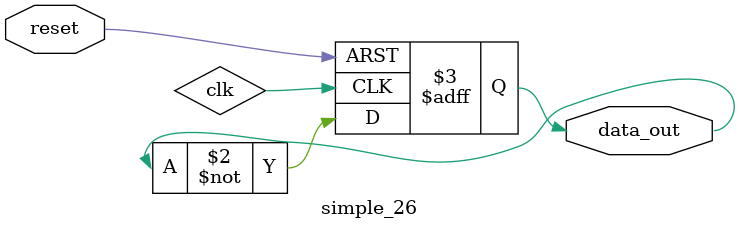
<source format=v>
module simple_26 (
    input wire reset,
    output reg data_out
);
    always @(posedge clk or posedge reset) begin
        if (reset) begin
            data_out <= 0;
        end else begin
            data_out <= ~data_out;
        end
    end
endmodule

</source>
